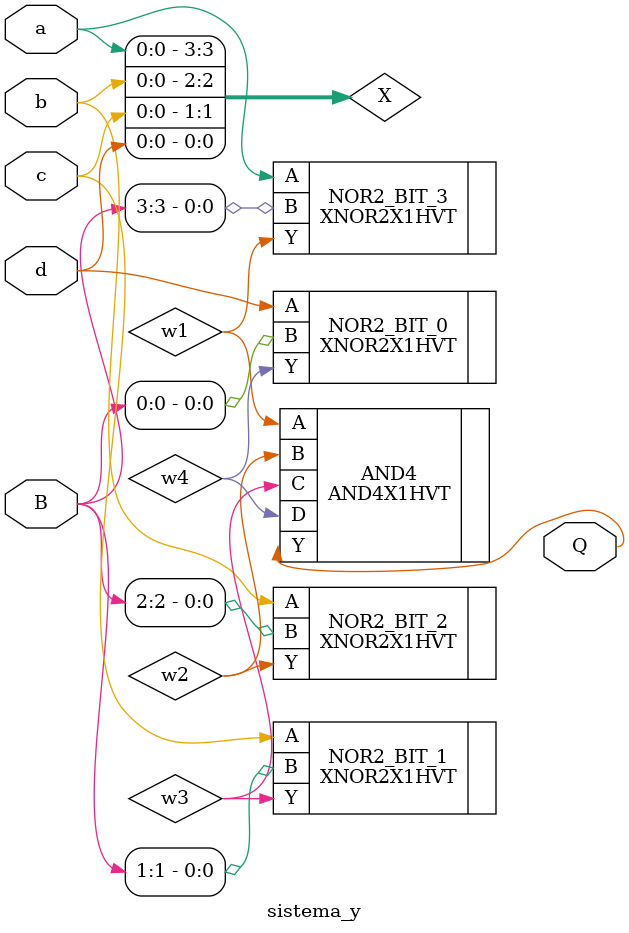
<source format=sv>
`timescale 1ns/10ps
module sistema_y (Q,B, d, c, b, a);
  input logic a, b, c, d;
  output logic Q;
  input logic [3:0] B;
  logic [3:0] X;
  
  wire w1, w2, w3, w4;
  
  assign X = {a, b, c, d};
  //assign B = 4'b0101;
  
  XNOR2X1HVT NOR2_BIT_3( .A(X[3]), .B(B[3]), .Y(w1));
  XNOR2X1HVT NOR2_BIT_2( .A(X[2]), .B(B[2]), .Y(w2));
  XNOR2X1HVT NOR2_BIT_1( .A(X[1]), .B(B[1]), .Y(w3));
  XNOR2X1HVT NOR2_BIT_0( .A(X[0]), .B(B[0]), .Y(w4));
  AND4X1HVT AND4( .A(w1), .B(w2), .C(w3), .D(w4), .Y(Q));
  
endmodule



</source>
